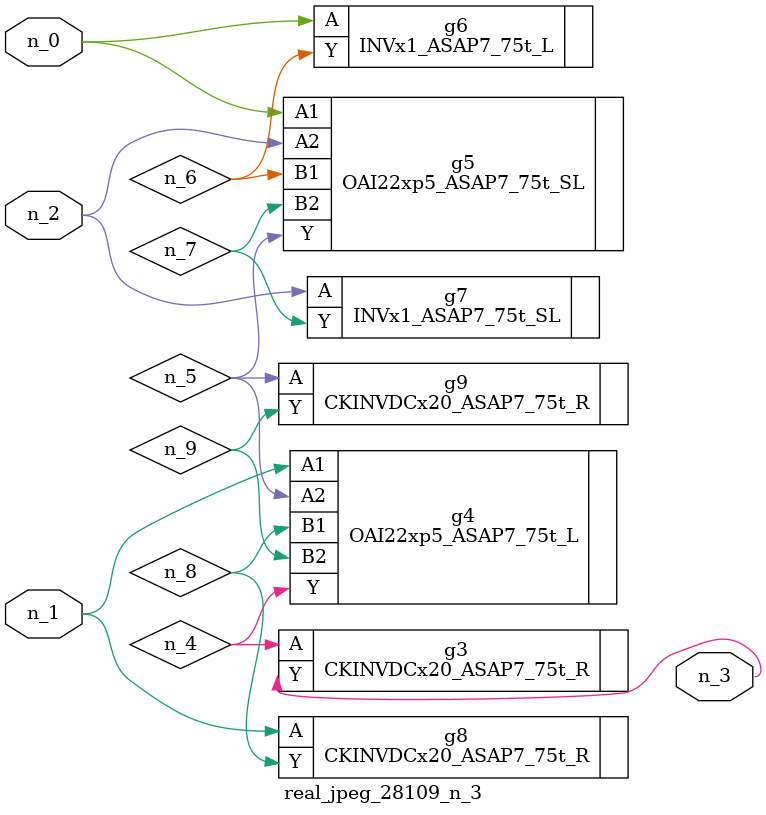
<source format=v>
module real_jpeg_28109_n_3 (n_1, n_0, n_2, n_3);

input n_1;
input n_0;
input n_2;

output n_3;

wire n_5;
wire n_8;
wire n_4;
wire n_6;
wire n_7;
wire n_9;

OAI22xp5_ASAP7_75t_SL g5 ( 
.A1(n_0),
.A2(n_2),
.B1(n_6),
.B2(n_7),
.Y(n_5)
);

INVx1_ASAP7_75t_L g6 ( 
.A(n_0),
.Y(n_6)
);

OAI22xp5_ASAP7_75t_L g4 ( 
.A1(n_1),
.A2(n_5),
.B1(n_8),
.B2(n_9),
.Y(n_4)
);

CKINVDCx20_ASAP7_75t_R g8 ( 
.A(n_1),
.Y(n_8)
);

INVx1_ASAP7_75t_SL g7 ( 
.A(n_2),
.Y(n_7)
);

CKINVDCx20_ASAP7_75t_R g3 ( 
.A(n_4),
.Y(n_3)
);

CKINVDCx20_ASAP7_75t_R g9 ( 
.A(n_5),
.Y(n_9)
);


endmodule
</source>
